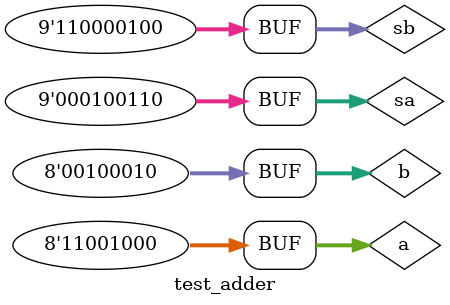
<source format=v>
`timescale 1ns / 1ps


module test_adder;
    parameter bitwidth = 8;
    reg [bitwidth-1:0] a, b;
    reg signed [bitwidth:0] sa, sb; 
    wire [bitwidth:0] data;
    wire signed [bitwidth:0] sdata;
    initial begin
        a <= 0;
        b <= 0;
        #100 a <= 4; b <= 10;
        #100 a <= 20; b <= 2;
        #100 a <= 6; b<= 8;
        #100 a <= 200; b <= 34; 
        #100 sa<= -3; sb <= -4;
        #100 sa<= -3; sb <= 4;
        #100 sa<= 3; sb <= -4;
        #100 sa<= 3; sb <= 4;
        #100 sa<= 127; sb <= -255;
        #100 sa<= 38; sb <= -124;
        
    end
    n_bit_adder #(bitwidth) adder(.din1(a), .din2(b), .dout(data[bitwidth-1:0]), .carry(data[bitwidth]));
    n_bit_adder #(bitwidth+1) adder2(.din1(sa), .din2(sb), .dout(sdata), .carry());
     
endmodule

</source>
